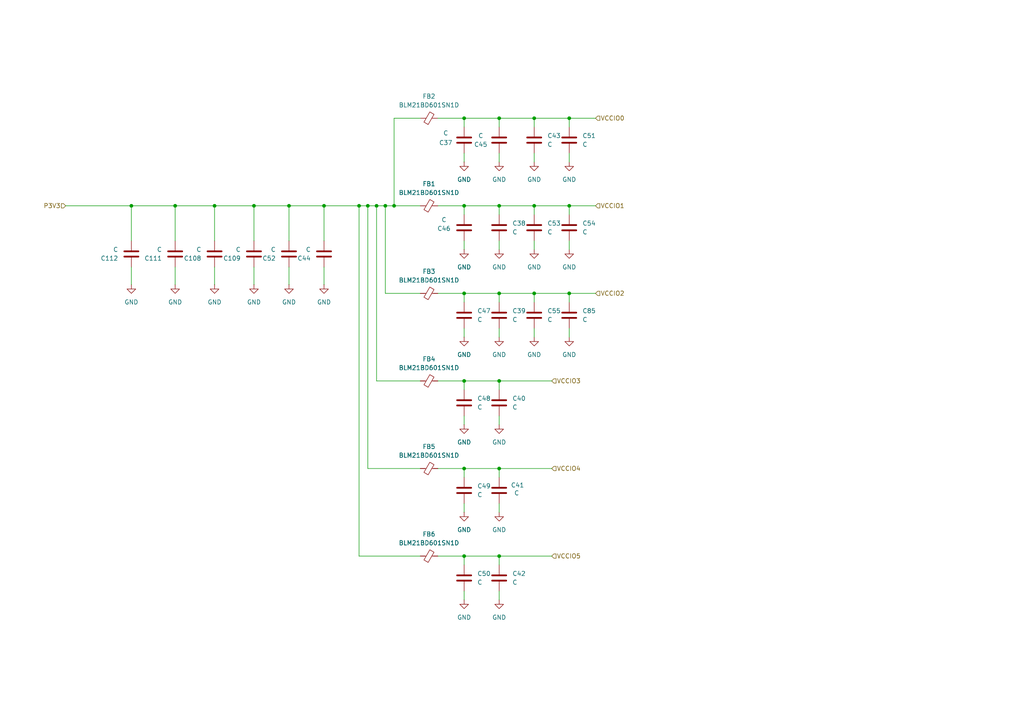
<source format=kicad_sch>
(kicad_sch (version 20231120) (generator "eeschema") (generator_version "8.0")
  (paper "A4")
  (lib_symbols
    (symbol "Device:C" (pin_numbers hide) (pin_names (offset 0.254))
      (property "Reference" "C" (at 0.635 2.54 0))
      (property "Value" "C" (at 0.635 -2.54 0))
      (symbol "C_0_1"
        (polyline (pts (xy -2.032 -0.762) (xy 2.032 -0.762)) (stroke (width 0.508)))
        (polyline (pts (xy -2.032 0.762) (xy 2.032 0.762)) (stroke (width 0.508)))
      )
      (symbol "C_1_1"
        (pin passive line (at 0 3.81 270) (length 2.794) (name "~") (number "1"))
        (pin passive line (at 0 -3.81 90) (length 2.794) (name "~") (number "2"))
      )
    )
    (symbol "Device:FerriteBead_Small" (pin_numbers hide) (pin_names (offset 0))
      (property "Reference" "FB" (at 1.905 1.27 0))
      (property "Value" "FerriteBead_Small" (at 1.905 -1.27 0))
      (symbol "FerriteBead_Small_0_1"
        (polyline (pts (xy 0 -1.27) (xy 0 -0.7874)))
        (polyline (pts (xy 0 0.889) (xy 0 1.2954)))
        (polyline (pts (xy -1.8288 0.2794) (xy -1.1176 1.4986) (xy 1.8288 -0.2032) (xy 1.1176 -1.4224) (xy -1.8288 0.2794)))
      )
      (symbol "FerriteBead_Small_1_1"
        (pin passive line (at 0 2.54 270) (length 1.27) (name "~") (number "1"))
        (pin passive line (at 0 -2.54 90) (length 1.27) (name "~") (number "2"))
      )
    )
    (symbol "power:GND" (power) (pin_numbers hide) (pin_names (offset 0) hide)
      (property "Value" "GND" (at 0 -3.81 0))
      (symbol "GND_0_1"
        (polyline (pts (xy 0 0) (xy 0 -1.27) (xy 1.27 -1.27) (xy 0 -2.54) (xy -1.27 -1.27) (xy 0 -1.27)))
      )
      (symbol "GND_1_1"
        (pin power_in line (at 0 0 270) (length 0) (name "~") (number "1"))
      )
    )
  )
  (junction (at 106.68 59.69))
  (junction (at 134.62 161.29))
  (junction (at 154.94 85.09))
  (junction (at 165.1 59.69))
  (junction (at 144.78 135.89))
  (junction (at 144.78 161.29))
  (junction (at 165.1 34.29))
  (junction (at 111.76 59.69))
  (junction (at 134.62 135.89))
  (junction (at 109.22 59.69))
  (junction (at 73.66 59.69))
  (junction (at 50.8 59.69))
  (junction (at 134.62 34.29))
  (junction (at 134.62 110.49))
  (junction (at 154.94 59.69))
  (junction (at 144.78 85.09))
  (junction (at 62.23 59.69))
  (junction (at 83.82 59.69))
  (junction (at 38.1 59.69))
  (junction (at 165.1 85.09))
  (junction (at 154.94 34.29))
  (junction (at 144.78 59.69))
  (junction (at 114.3 59.69))
  (junction (at 104.14 59.69))
  (junction (at 144.78 110.49))
  (junction (at 144.78 34.29))
  (junction (at 93.98 59.69))
  (junction (at 134.62 85.09))
  (junction (at 134.62 59.69))
  (wire (pts (xy 62.23 69.85) (xy 62.23 59.69)))
  (wire (pts (xy 154.94 85.09) (xy 165.1 85.09)))
  (wire (pts (xy 83.82 69.85) (xy 83.82 59.69)))
  (wire (pts (xy 121.92 110.49) (xy 109.22 110.49)))
  (wire (pts (xy 134.62 161.29) (xy 134.62 163.83)))
  (wire (pts (xy 134.62 59.69) (xy 134.62 62.23)))
  (wire (pts (xy 165.1 34.29) (xy 165.1 36.83)))
  (wire (pts (xy 62.23 77.47) (xy 62.23 82.55)))
  (wire (pts (xy 144.78 85.09) (xy 134.62 85.09)))
  (wire (pts (xy 93.98 59.69) (xy 83.82 59.69)))
  (wire (pts (xy 109.22 110.49) (xy 109.22 59.69)))
  (wire (pts (xy 106.68 59.69) (xy 109.22 59.69)))
  (wire (pts (xy 83.82 59.69) (xy 73.66 59.69)))
  (wire (pts (xy 83.82 77.47) (xy 83.82 82.55)))
  (wire (pts (xy 121.92 135.89) (xy 106.68 135.89)))
  (wire (pts (xy 104.14 59.69) (xy 106.68 59.69)))
  (wire (pts (xy 165.1 85.09) (xy 172.72 85.09)))
  (wire (pts (xy 165.1 85.09) (xy 165.1 87.63)))
  (wire (pts (xy 109.22 59.69) (xy 111.76 59.69)))
  (wire (pts (xy 154.94 59.69) (xy 165.1 59.69)))
  (wire (pts (xy 165.1 69.85) (xy 165.1 72.39)))
  (wire (pts (xy 134.62 44.45) (xy 134.62 46.99)))
  (wire (pts (xy 144.78 34.29) (xy 154.94 34.29)))
  (wire (pts (xy 165.1 34.29) (xy 172.72 34.29)))
  (wire (pts (xy 134.62 146.05) (xy 134.62 148.59)))
  (wire (pts (xy 154.94 95.25) (xy 154.94 97.79)))
  (wire (pts (xy 50.8 69.85) (xy 50.8 59.69)))
  (wire (pts (xy 144.78 146.05) (xy 144.78 148.59)))
  (wire (pts (xy 134.62 85.09) (xy 127 85.09)))
  (wire (pts (xy 93.98 59.69) (xy 104.14 59.69)))
  (wire (pts (xy 134.62 135.89) (xy 144.78 135.89)))
  (wire (pts (xy 144.78 85.09) (xy 154.94 85.09)))
  (wire (pts (xy 19.05 59.69) (xy 38.1 59.69)))
  (wire (pts (xy 38.1 59.69) (xy 50.8 59.69)))
  (wire (pts (xy 73.66 59.69) (xy 73.66 69.85)))
  (wire (pts (xy 106.68 135.89) (xy 106.68 59.69)))
  (wire (pts (xy 121.92 161.29) (xy 104.14 161.29)))
  (wire (pts (xy 62.23 59.69) (xy 73.66 59.69)))
  (wire (pts (xy 144.78 44.45) (xy 144.78 46.99)))
  (wire (pts (xy 121.92 85.09) (xy 111.76 85.09)))
  (wire (pts (xy 154.94 34.29) (xy 165.1 34.29)))
  (wire (pts (xy 144.78 135.89) (xy 160.02 135.89)))
  (wire (pts (xy 165.1 95.25) (xy 165.1 97.79)))
  (wire (pts (xy 134.62 161.29) (xy 144.78 161.29)))
  (wire (pts (xy 111.76 85.09) (xy 111.76 59.69)))
  (wire (pts (xy 134.62 171.45) (xy 134.62 173.99)))
  (wire (pts (xy 144.78 135.89) (xy 144.78 138.43)))
  (wire (pts (xy 144.78 36.83) (xy 144.78 34.29)))
  (wire (pts (xy 127 161.29) (xy 134.62 161.29)))
  (wire (pts (xy 154.94 85.09) (xy 154.94 87.63)))
  (wire (pts (xy 154.94 44.45) (xy 154.94 46.99)))
  (wire (pts (xy 134.62 69.85) (xy 134.62 72.39)))
  (wire (pts (xy 144.78 87.63) (xy 144.78 85.09)))
  (wire (pts (xy 144.78 110.49) (xy 160.02 110.49)))
  (wire (pts (xy 93.98 77.47) (xy 93.98 82.55)))
  (wire (pts (xy 144.78 110.49) (xy 144.78 113.03)))
  (wire (pts (xy 134.62 59.69) (xy 144.78 59.69)))
  (wire (pts (xy 121.92 34.29) (xy 114.3 34.29)))
  (wire (pts (xy 134.62 120.65) (xy 134.62 123.19)))
  (wire (pts (xy 144.78 59.69) (xy 154.94 59.69)))
  (wire (pts (xy 111.76 59.69) (xy 114.3 59.69)))
  (wire (pts (xy 73.66 77.47) (xy 73.66 82.55)))
  (wire (pts (xy 127 135.89) (xy 134.62 135.89)))
  (wire (pts (xy 38.1 77.47) (xy 38.1 82.55)))
  (wire (pts (xy 144.78 120.65) (xy 144.78 123.19)))
  (wire (pts (xy 144.78 34.29) (xy 134.62 34.29)))
  (wire (pts (xy 134.62 95.25) (xy 134.62 97.79)))
  (wire (pts (xy 134.62 110.49) (xy 144.78 110.49)))
  (wire (pts (xy 93.98 59.69) (xy 93.98 69.85)))
  (wire (pts (xy 134.62 135.89) (xy 134.62 138.43)))
  (wire (pts (xy 154.94 59.69) (xy 154.94 62.23)))
  (wire (pts (xy 144.78 161.29) (xy 160.02 161.29)))
  (wire (pts (xy 165.1 59.69) (xy 172.72 59.69)))
  (wire (pts (xy 165.1 59.69) (xy 165.1 62.23)))
  (wire (pts (xy 104.14 161.29) (xy 104.14 59.69)))
  (wire (pts (xy 50.8 77.47) (xy 50.8 82.55)))
  (wire (pts (xy 50.8 59.69) (xy 62.23 59.69)))
  (wire (pts (xy 144.78 161.29) (xy 144.78 163.83)))
  (wire (pts (xy 127 59.69) (xy 134.62 59.69)))
  (wire (pts (xy 134.62 110.49) (xy 134.62 113.03)))
  (wire (pts (xy 127 110.49) (xy 134.62 110.49)))
  (wire (pts (xy 144.78 62.23) (xy 144.78 59.69)))
  (wire (pts (xy 134.62 34.29) (xy 134.62 36.83)))
  (wire (pts (xy 127 34.29) (xy 134.62 34.29)))
  (wire (pts (xy 144.78 171.45) (xy 144.78 173.99)))
  (wire (pts (xy 134.62 87.63) (xy 134.62 85.09)))
  (wire (pts (xy 114.3 34.29) (xy 114.3 59.69)))
  (wire (pts (xy 165.1 44.45) (xy 165.1 46.99)))
  (wire (pts (xy 154.94 69.85) (xy 154.94 72.39)))
  (wire (pts (xy 114.3 59.69) (xy 121.92 59.69)))
  (wire (pts (xy 38.1 69.85) (xy 38.1 59.69)))
  (wire (pts (xy 154.94 34.29) (xy 154.94 36.83)))
  (wire (pts (xy 144.78 95.25) (xy 144.78 97.79)))
  (wire (pts (xy 144.78 69.85) (xy 144.78 72.39)))
  (hierarchical_label "VCCIO4" (shape input) (at 160.02 135.89 0))
  (hierarchical_label "VCCIO1" (shape input) (at 172.72 59.69 0))
  (hierarchical_label "VCCIO0" (shape input) (at 172.72 34.29 0))
  (hierarchical_label "P3V3" (shape input) (at 19.05 59.69 180))
  (hierarchical_label "VCCIO5" (shape input) (at 160.02 161.29 0))
  (hierarchical_label "VCCIO2" (shape input) (at 172.72 85.09 0))
  (hierarchical_label "VCCIO3" (shape input) (at 160.02 110.49 0))
  (symbol (lib_id "power:GND") (at 134.62 123.19 0) (unit 1)
    (property "Reference" "#PWR0154" (effects (hide yes)))
    (property "Value" "GND" (at 134.62 128.27 0))
    (property "Description" "Power symbol creates a global label with name \"GND\" , ground" (effects (hide yes)))
  )
  (symbol (lib_id "Device:C") (at 154.94 66.04 0) (unit 1)
    (property "Reference" "C53" (at 158.75 64.7699 0) (effects (justify left)))
    (property "Value" "C" (at 158.75 67.3099 0) (effects (justify left)))
    (property "Footprint" "Capacitor_SMD:C_0603_1608Metric_Pad1.08x0.95mm_HandSolder" (effects (hide yes)))
    (property "Description" "Unpolarized capacitor" (effects (hide yes)))
  )
  (symbol (lib_id "Device:C") (at 134.62 66.04 0) (unit 1)
    (property "Reference" "C46" (at 128.778 66.294 0))
    (property "Value" "C" (at 128.778 63.754 0))
    (property "Footprint" "Capacitor_SMD:C_0603_1608Metric_Pad1.08x0.95mm_HandSolder" (effects (hide yes)))
    (property "Description" "Unpolarized capacitor" (effects (hide yes)))
  )
  (symbol (lib_id "power:GND") (at 134.62 148.59 0) (unit 1)
    (property "Reference" "#PWR0156" (effects (hide yes)))
    (property "Value" "GND" (at 134.62 153.67 0))
    (property "Description" "Power symbol creates a global label with name \"GND\" , ground" (effects (hide yes)))
  )
  (symbol (lib_id "Device:C") (at 154.94 40.64 0) (unit 1)
    (property "Reference" "C43" (at 158.75 39.3699 0) (effects (justify left)))
    (property "Value" "C" (at 158.75 41.9099 0) (effects (justify left)))
    (property "Footprint" "Capacitor_SMD:C_0603_1608Metric_Pad1.08x0.95mm_HandSolder" (effects (hide yes)))
    (property "Description" "Unpolarized capacitor" (effects (hide yes)))
  )
  (symbol (lib_id "Device:FerriteBead_Small") (at 124.46 110.49 90) (unit 1)
    (property "Reference" "FB4" (at 124.4219 104.14 90))
    (property "Value" "BLM21BD601SN1D" (at 124.4219 106.68 90))
    (property "Footprint" "Resistor_SMD:R_0805_2012Metric_Pad1.20x1.40mm_HandSolder" (effects (hide yes)))
    (property "Datasheet" "https://cz.mouser.com/ProductDetail/Murata-Electronics/BLM21BD601SN1D?qs=VZwdlfxE7jWlRogbZxac7g%3D%3D" (effects (hide yes)))
    (property "Description" "Ferrite bead, small symbol" (effects (hide yes)))
  )
  (symbol (lib_id "power:GND") (at 165.1 46.99 0) (unit 1)
    (property "Reference" "#PWR0161" (effects (hide yes)))
    (property "Value" "GND" (at 165.1 52.07 0))
    (property "Description" "Power symbol creates a global label with name \"GND\" , ground" (effects (hide yes)))
  )
  (symbol (lib_id "Device:C") (at 144.78 142.24 180) (unit 1)
    (property "Reference" "C41" (at 150.114 140.716 0))
    (property "Value" "C" (at 149.86 143.002 0))
    (property "Footprint" "Capacitor_SMD:C_0603_1608Metric_Pad1.08x0.95mm_HandSolder" (effects (hide yes)))
    (property "Description" "Unpolarized capacitor" (effects (hide yes)))
  )
  (symbol (lib_id "power:GND") (at 83.82 82.55 0) (unit 1)
    (property "Reference" "#PWR067" (effects (hide yes)))
    (property "Value" "GND" (at 83.82 87.63 0))
    (property "Description" "Power symbol creates a global label with name \"GND\" , ground" (effects (hide yes)))
  )
  (symbol (lib_id "Device:C") (at 144.78 91.44 0) (unit 1)
    (property "Reference" "C39" (at 148.59 90.1699 0) (effects (justify left)))
    (property "Value" "C" (at 148.59 92.7099 0) (effects (justify left)))
    (property "Footprint" "Capacitor_SMD:C_0603_1608Metric_Pad1.08x0.95mm_HandSolder" (effects (hide yes)))
    (property "Description" "Unpolarized capacitor" (effects (hide yes)))
  )
  (symbol (lib_id "Device:C") (at 144.78 116.84 0) (unit 1)
    (property "Reference" "C40" (at 148.59 115.5699 0) (effects (justify left)))
    (property "Value" "C" (at 148.59 118.1099 0) (effects (justify left)))
    (property "Footprint" "Capacitor_SMD:C_0603_1608Metric_Pad1.08x0.95mm_HandSolder" (effects (hide yes)))
    (property "Description" "Unpolarized capacitor" (effects (hide yes)))
  )
  (symbol (lib_id "Device:C") (at 165.1 66.04 0) (unit 1)
    (property "Reference" "C54" (at 168.91 64.7699 0) (effects (justify left)))
    (property "Value" "C" (at 168.91 67.3099 0) (effects (justify left)))
    (property "Footprint" "Capacitor_SMD:C_0603_1608Metric_Pad1.08x0.95mm_HandSolder" (effects (hide yes)))
    (property "Description" "Unpolarized capacitor" (effects (hide yes)))
  )
  (symbol (lib_id "power:GND") (at 165.1 72.39 0) (unit 1)
    (property "Reference" "#PWR0163" (effects (hide yes)))
    (property "Value" "GND" (at 165.1 77.47 0))
    (property "Description" "Power symbol creates a global label with name \"GND\" , ground" (effects (hide yes)))
  )
  (symbol (lib_id "power:GND") (at 154.94 97.79 0) (unit 1)
    (property "Reference" "#PWR0164" (effects (hide yes)))
    (property "Value" "GND" (at 154.94 102.87 0))
    (property "Description" "Power symbol creates a global label with name \"GND\" , ground" (effects (hide yes)))
  )
  (symbol (lib_id "Device:C") (at 38.1 73.66 0) (unit 1)
    (property "Reference" "C112" (at 34.29 74.9301 0) (effects (justify right)))
    (property "Value" "C" (at 34.29 72.3901 0) (effects (justify right)))
    (property "Footprint" "Capacitor_SMD:C_0603_1608Metric_Pad1.08x0.95mm_HandSolder" (effects (hide yes)))
    (property "Description" "Unpolarized capacitor" (effects (hide yes)))
  )
  (symbol (lib_id "power:GND") (at 144.78 72.39 0) (unit 1)
    (property "Reference" "#PWR0151" (effects (hide yes)))
    (property "Value" "GND" (at 144.78 77.47 0))
    (property "Description" "Power symbol creates a global label with name \"GND\" , ground" (effects (hide yes)))
  )
  (symbol (lib_id "Device:C") (at 83.82 73.66 0) (unit 1)
    (property "Reference" "C52" (at 80.01 74.9301 0) (effects (justify right)))
    (property "Value" "C" (at 80.01 72.3901 0) (effects (justify right)))
    (property "Footprint" "Capacitor_SMD:C_0603_1608Metric_Pad1.08x0.95mm_HandSolder" (effects (hide yes)))
    (property "Description" "Unpolarized capacitor" (effects (hide yes)))
  )
  (symbol (lib_id "power:GND") (at 38.1 82.55 0) (unit 1)
    (property "Reference" "#PWR0170" (effects (hide yes)))
    (property "Value" "GND" (at 38.1 87.63 0))
    (property "Description" "Power symbol creates a global label with name \"GND\" , ground" (effects (hide yes)))
  )
  (symbol (lib_id "Device:C") (at 134.62 142.24 0) (unit 1)
    (property "Reference" "C49" (at 138.43 140.9699 0) (effects (justify left)))
    (property "Value" "C" (at 138.43 143.5099 0) (effects (justify left)))
    (property "Footprint" "Capacitor_SMD:C_0603_1608Metric_Pad1.08x0.95mm_HandSolder" (effects (hide yes)))
    (property "Description" "Unpolarized capacitor" (effects (hide yes)))
  )
  (symbol (lib_id "power:GND") (at 50.8 82.55 0) (unit 1)
    (property "Reference" "#PWR0169" (effects (hide yes)))
    (property "Value" "GND" (at 50.8 87.63 0))
    (property "Description" "Power symbol creates a global label with name \"GND\" , ground" (effects (hide yes)))
  )
  (symbol (lib_id "Device:FerriteBead_Small") (at 124.46 34.29 90) (unit 1)
    (property "Reference" "FB2" (at 124.4219 27.94 90))
    (property "Value" "BLM21BD601SN1D" (at 124.4219 30.48 90))
    (property "Footprint" "Resistor_SMD:R_0805_2012Metric_Pad1.20x1.40mm_HandSolder" (effects (hide yes)))
    (property "Datasheet" "https://cz.mouser.com/ProductDetail/Murata-Electronics/BLM21BD601SN1D?qs=VZwdlfxE7jWlRogbZxac7g%3D%3D" (effects (hide yes)))
    (property "Description" "Ferrite bead, small symbol" (effects (hide yes)))
  )
  (symbol (lib_id "power:GND") (at 134.62 173.99 0) (unit 1)
    (property "Reference" "#PWR0158" (effects (hide yes)))
    (property "Value" "GND" (at 134.62 179.07 0))
    (property "Description" "Power symbol creates a global label with name \"GND\" , ground" (effects (hide yes)))
  )
  (symbol (lib_id "Device:C") (at 144.78 167.64 0) (unit 1)
    (property "Reference" "C42" (at 148.59 166.3699 0) (effects (justify left)))
    (property "Value" "C" (at 148.59 168.9099 0) (effects (justify left)))
    (property "Footprint" "Capacitor_SMD:C_0603_1608Metric_Pad1.08x0.95mm_HandSolder" (effects (hide yes)))
    (property "Description" "Unpolarized capacitor" (effects (hide yes)))
  )
  (symbol (lib_id "Device:C") (at 165.1 91.44 0) (unit 1)
    (property "Reference" "C85" (at 168.91 90.1699 0) (effects (justify left)))
    (property "Value" "C" (at 168.91 92.7099 0) (effects (justify left)))
    (property "Footprint" "Capacitor_SMD:C_0603_1608Metric_Pad1.08x0.95mm_HandSolder" (effects (hide yes)))
    (property "Description" "Unpolarized capacitor" (effects (hide yes)))
  )
  (symbol (lib_id "Device:C") (at 134.62 40.64 180) (unit 1)
    (property "Reference" "C37" (at 129.286 41.402 0))
    (property "Value" "C" (at 129.286 38.608 0))
    (property "Footprint" "Capacitor_SMD:C_0603_1608Metric_Pad1.08x0.95mm_HandSolder" (effects (hide yes)))
    (property "Description" "Unpolarized capacitor" (effects (hide yes)))
  )
  (symbol (lib_id "Device:C") (at 93.98 73.66 0) (unit 1)
    (property "Reference" "C44" (at 90.17 74.9301 0) (effects (justify right)))
    (property "Value" "C" (at 90.17 72.3901 0) (effects (justify right)))
    (property "Footprint" "Capacitor_SMD:C_0805_2012Metric_Pad1.18x1.45mm_HandSolder" (effects (hide yes)))
    (property "Description" "Unpolarized capacitor" (effects (hide yes)))
  )
  (symbol (lib_id "Device:C") (at 134.62 167.64 0) (unit 1)
    (property "Reference" "C50" (at 138.43 166.3699 0) (effects (justify left)))
    (property "Value" "C" (at 138.43 168.9099 0) (effects (justify left)))
    (property "Footprint" "Capacitor_SMD:C_0603_1608Metric_Pad1.08x0.95mm_HandSolder" (effects (hide yes)))
    (property "Description" "Unpolarized capacitor" (effects (hide yes)))
  )
  (symbol (lib_id "power:GND") (at 134.62 97.79 0) (unit 1)
    (property "Reference" "#PWR0152" (effects (hide yes)))
    (property "Value" "GND" (at 134.62 102.87 0))
    (property "Description" "Power symbol creates a global label with name \"GND\" , ground" (effects (hide yes)))
  )
  (symbol (lib_id "power:GND") (at 144.78 148.59 0) (unit 1)
    (property "Reference" "#PWR0157" (effects (hide yes)))
    (property "Value" "GND" (at 144.78 153.67 0))
    (property "Description" "Power symbol creates a global label with name \"GND\" , ground" (effects (hide yes)))
  )
  (symbol (lib_id "Device:C") (at 144.78 40.64 180) (unit 1)
    (property "Reference" "C45" (at 139.446 41.91 0))
    (property "Value" "C" (at 139.446 39.37 0))
    (property "Footprint" "Capacitor_SMD:C_0603_1608Metric_Pad1.08x0.95mm_HandSolder" (effects (hide yes)))
    (property "Description" "Unpolarized capacitor" (effects (hide yes)))
  )
  (symbol (lib_id "power:GND") (at 144.78 97.79 0) (unit 1)
    (property "Reference" "#PWR0153" (effects (hide yes)))
    (property "Value" "GND" (at 144.78 102.87 0))
    (property "Description" "Power symbol creates a global label with name \"GND\" , ground" (effects (hide yes)))
  )
  (symbol (lib_id "power:GND") (at 73.66 82.55 0) (unit 1)
    (property "Reference" "#PWR0167" (effects (hide yes)))
    (property "Value" "GND" (at 73.66 87.63 0))
    (property "Description" "Power symbol creates a global label with name \"GND\" , ground" (effects (hide yes)))
  )
  (symbol (lib_id "power:GND") (at 134.62 46.99 0) (unit 1)
    (property "Reference" "#PWR069" (effects (hide yes)))
    (property "Value" "GND" (at 134.62 52.07 0))
    (property "Description" "Power symbol creates a global label with name \"GND\" , ground" (effects (hide yes)))
  )
  (symbol (lib_id "Device:C") (at 62.23 73.66 0) (unit 1)
    (property "Reference" "C108" (at 58.42 74.9301 0) (effects (justify right)))
    (property "Value" "C" (at 58.42 72.3901 0) (effects (justify right)))
    (property "Footprint" "Capacitor_SMD:C_0603_1608Metric_Pad1.08x0.95mm_HandSolder" (effects (hide yes)))
    (property "Description" "Unpolarized capacitor" (effects (hide yes)))
  )
  (symbol (lib_id "Device:FerriteBead_Small") (at 124.46 85.09 90) (unit 1)
    (property "Reference" "FB3" (at 124.4219 78.74 90))
    (property "Value" "BLM21BD601SN1D" (at 124.4219 81.28 90))
    (property "Footprint" "Resistor_SMD:R_0805_2012Metric_Pad1.20x1.40mm_HandSolder" (effects (hide yes)))
    (property "Datasheet" "https://cz.mouser.com/ProductDetail/Murata-Electronics/BLM21BD601SN1D?qs=VZwdlfxE7jWlRogbZxac7g%3D%3D" (effects (hide yes)))
    (property "Description" "Ferrite bead, small symbol" (effects (hide yes)))
  )
  (symbol (lib_id "Device:C") (at 50.8 73.66 0) (unit 1)
    (property "Reference" "C111" (at 46.99 74.9301 0) (effects (justify right)))
    (property "Value" "C" (at 46.99 72.3901 0) (effects (justify right)))
    (property "Footprint" "Capacitor_SMD:C_0603_1608Metric_Pad1.08x0.95mm_HandSolder" (effects (hide yes)))
    (property "Description" "Unpolarized capacitor" (effects (hide yes)))
  )
  (symbol (lib_id "Device:C") (at 165.1 40.64 0) (unit 1)
    (property "Reference" "C51" (at 168.91 39.3699 0) (effects (justify left)))
    (property "Value" "C" (at 168.91 41.9099 0) (effects (justify left)))
    (property "Footprint" "Capacitor_SMD:C_0603_1608Metric_Pad1.08x0.95mm_HandSolder" (effects (hide yes)))
    (property "Description" "Unpolarized capacitor" (effects (hide yes)))
  )
  (symbol (lib_id "power:GND") (at 144.78 173.99 0) (unit 1)
    (property "Reference" "#PWR0159" (effects (hide yes)))
    (property "Value" "GND" (at 144.78 179.07 0))
    (property "Description" "Power symbol creates a global label with name \"GND\" , ground" (effects (hide yes)))
  )
  (symbol (lib_id "Device:C") (at 134.62 91.44 0) (unit 1)
    (property "Reference" "C47" (at 138.43 90.1699 0) (effects (justify left)))
    (property "Value" "C" (at 138.43 92.7099 0) (effects (justify left)))
    (property "Footprint" "Capacitor_SMD:C_0603_1608Metric_Pad1.08x0.95mm_HandSolder" (effects (hide yes)))
    (property "Description" "Unpolarized capacitor" (effects (hide yes)))
  )
  (symbol (lib_id "power:GND") (at 62.23 82.55 0) (unit 1)
    (property "Reference" "#PWR0166" (effects (hide yes)))
    (property "Value" "GND" (at 62.23 87.63 0))
    (property "Description" "Power symbol creates a global label with name \"GND\" , ground" (effects (hide yes)))
  )
  (symbol (lib_id "power:GND") (at 154.94 46.99 0) (unit 1)
    (property "Reference" "#PWR0160" (effects (hide yes)))
    (property "Value" "GND" (at 154.94 52.07 0))
    (property "Description" "Power symbol creates a global label with name \"GND\" , ground" (effects (hide yes)))
  )
  (symbol (lib_id "power:GND") (at 165.1 97.79 0) (unit 1)
    (property "Reference" "#PWR0165" (effects (hide yes)))
    (property "Value" "GND" (at 165.1 102.87 0))
    (property "Description" "Power symbol creates a global label with name \"GND\" , ground" (effects (hide yes)))
  )
  (symbol (lib_id "power:GND") (at 134.62 72.39 0) (unit 1)
    (property "Reference" "#PWR0138" (effects (hide yes)))
    (property "Value" "GND" (at 134.62 77.47 0))
    (property "Description" "Power symbol creates a global label with name \"GND\" , ground" (effects (hide yes)))
  )
  (symbol (lib_id "power:GND") (at 144.78 123.19 0) (unit 1)
    (property "Reference" "#PWR0155" (effects (hide yes)))
    (property "Value" "GND" (at 144.78 128.27 0))
    (property "Description" "Power symbol creates a global label with name \"GND\" , ground" (effects (hide yes)))
  )
  (symbol (lib_id "power:GND") (at 154.94 72.39 0) (unit 1)
    (property "Reference" "#PWR0162" (effects (hide yes)))
    (property "Value" "GND" (at 154.94 77.47 0))
    (property "Description" "Power symbol creates a global label with name \"GND\" , ground" (effects (hide yes)))
  )
  (symbol (lib_id "Device:C") (at 134.62 116.84 0) (unit 1)
    (property "Reference" "C48" (at 138.43 115.5699 0) (effects (justify left)))
    (property "Value" "C" (at 138.43 118.1099 0) (effects (justify left)))
    (property "Footprint" "Capacitor_SMD:C_0603_1608Metric_Pad1.08x0.95mm_HandSolder" (effects (hide yes)))
    (property "Description" "Unpolarized capacitor" (effects (hide yes)))
  )
  (symbol (lib_id "Device:C") (at 154.94 91.44 0) (unit 1)
    (property "Reference" "C55" (at 158.75 90.1699 0) (effects (justify left)))
    (property "Value" "C" (at 158.75 92.7099 0) (effects (justify left)))
    (property "Footprint" "Capacitor_SMD:C_0603_1608Metric_Pad1.08x0.95mm_HandSolder" (effects (hide yes)))
    (property "Description" "Unpolarized capacitor" (effects (hide yes)))
  )
  (symbol (lib_id "power:GND") (at 93.98 82.55 0) (unit 1)
    (property "Reference" "#PWR068" (effects (hide yes)))
    (property "Value" "GND" (at 93.98 87.63 0))
    (property "Description" "Power symbol creates a global label with name \"GND\" , ground" (effects (hide yes)))
  )
  (symbol (lib_id "Device:FerriteBead_Small") (at 124.46 135.89 90) (unit 1)
    (property "Reference" "FB5" (at 124.4219 129.54 90))
    (property "Value" "BLM21BD601SN1D" (at 124.4219 132.08 90))
    (property "Footprint" "Resistor_SMD:R_0805_2012Metric_Pad1.20x1.40mm_HandSolder" (effects (hide yes)))
    (property "Datasheet" "https://cz.mouser.com/ProductDetail/Murata-Electronics/BLM21BD601SN1D?qs=VZwdlfxE7jWlRogbZxac7g%3D%3D" (effects (hide yes)))
    (property "Description" "Ferrite bead, small symbol" (effects (hide yes)))
  )
  (symbol (lib_id "power:GND") (at 144.78 46.99 0) (unit 1)
    (property "Reference" "#PWR070" (effects (hide yes)))
    (property "Value" "GND" (at 144.78 52.07 0))
    (property "Description" "Power symbol creates a global label with name \"GND\" , ground" (effects (hide yes)))
  )
  (symbol (lib_id "Device:FerriteBead_Small") (at 124.46 161.29 90) (unit 1)
    (property "Reference" "FB6" (at 124.4219 154.94 90))
    (property "Value" "BLM21BD601SN1D" (at 124.4219 157.48 90))
    (property "Footprint" "Resistor_SMD:R_0805_2012Metric_Pad1.20x1.40mm_HandSolder" (effects (hide yes)))
    (property "Datasheet" "https://cz.mouser.com/ProductDetail/Murata-Electronics/BLM21BD601SN1D?qs=VZwdlfxE7jWlRogbZxac7g%3D%3D" (effects (hide yes)))
    (property "Description" "Ferrite bead, small symbol" (effects (hide yes)))
  )
  (symbol (lib_id "Device:C") (at 73.66 73.66 0) (unit 1)
    (property "Reference" "C109" (at 69.85 74.9301 0) (effects (justify right)))
    (property "Value" "C" (at 69.85 72.3901 0) (effects (justify right)))
    (property "Footprint" "Capacitor_SMD:C_0805_2012Metric_Pad1.18x1.45mm_HandSolder" (effects (hide yes)))
    (property "Description" "Unpolarized capacitor" (effects (hide yes)))
  )
  (symbol (lib_id "Device:C") (at 144.78 66.04 0) (unit 1)
    (property "Reference" "C38" (at 148.59 64.7699 0) (effects (justify left)))
    (property "Value" "C" (at 148.59 67.3099 0) (effects (justify left)))
    (property "Footprint" "Capacitor_SMD:C_0603_1608Metric_Pad1.08x0.95mm_HandSolder" (effects (hide yes)))
    (property "Description" "Unpolarized capacitor" (effects (hide yes)))
  )
  (symbol (lib_id "Device:FerriteBead_Small") (at 124.46 59.69 90) (unit 1)
    (property "Reference" "FB1" (at 124.4219 53.34 90))
    (property "Value" "BLM21BD601SN1D" (at 124.4219 55.88 90))
    (property "Footprint" "Resistor_SMD:R_0805_2012Metric_Pad1.20x1.40mm_HandSolder" (effects (hide yes)))
    (property "Datasheet" "https://cz.mouser.com/ProductDetail/Murata-Electronics/BLM21BD601SN1D?qs=VZwdlfxE7jWlRogbZxac7g%3D%3D" (effects (hide yes)))
    (property "Description" "Ferrite bead, small symbol" (effects (hide yes)))
  )
)
</source>
